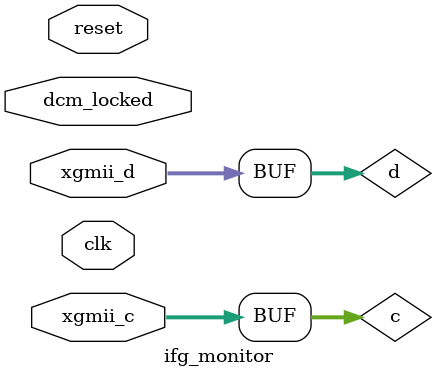
<source format=v>
/*******************************************************************************
*
*  NetFPGA-10G http://www.netfpga.org
*
*  File:
*        ifg_monitor.v
*
*  Project:
*
*
*  Author:
*        Marco Forconesi
*
*  Description:
*        Check the output pkts
*
*
*    This code is initially developed for the Network-as-a-Service (NaaS) project.
*
*  Copyright notice:
*        Copyright (C) 2015 University of Cambridge
*
*  Licence:
*        This file is part of the NetFPGA 10G development base package.
*
*        This file is free code: you can redistribute it and/or modify it under
*        the terms of the GNU Lesser General Public License version 2.1 as
*        published by the Free Software Foundation.
*
*        This package is distributed in the hope that it will be useful, but
*        WITHOUT ANY WARRANTY; without even the implied warranty of
*        MERCHANTABILITY or FITNESS FOR A PARTICULAR PURPOSE.  See the GNU
*        Lesser General Public License for more details.
*
*        You should have received a copy of the GNU Lesser General Public
*        License along with the NetFPGA source package.  If not, see
*        http://www.gnu.org/licenses/.
*
*/

////////////////////////////////////////////////////////////////////////////////
////////////////////////////////////////////////////////////////////////////////
`timescale 1ns / 100ps
//`default_nettype none
`define pr_err(msg) $display("IFG-mon: ERROR %s", msg);
`define pr(cnt) $display("IFG-mon: %d", cnt);

module ifg_monitor # (
    parameter C_RX_LINK = 1
    ) (

    // Clks and resets
    input                    clk,
    input                    reset,
    input                    dcm_locked,

    // XGMII
    input        [63:0]      xgmii_d,
    input        [7:0]       xgmii_c
    );

    // XGMII characters
    localparam S   = 8'hFB;
    localparam T   = 8'hFD;
    localparam E   = 8'hFE;
    localparam I   = 8'h07;

    localparam s0 = 8'b00000001;
    localparam s1 = 8'b00000010;
    localparam s2 = 8'b00000100;
    localparam s3 = 8'b00001000;
    localparam s4 = 8'b00010000;
    localparam s5 = 8'b00100000;
    localparam s6 = 8'b01000000;
    localparam s7 = 8'b10000000;

    //-------------------------------------------------------
    // Local ifg_monitor
    //-------------------------------------------------------
    reg          [63:0]      fsm;
    wire         [63:0]      d;
    wire         [7:0]       c;
    reg          [63:0]      idle_byte_cnt;

    //-------------------------------------------------------
    // assigns
    //-------------------------------------------------------
    assign d = xgmii_d;
    assign c = xgmii_c;

    ////////////////////////////////////////////////
    // ifg_monitor
    ////////////////////////////////////////////////
    always @(posedge clk) begin

        if (reset || !dcm_locked) begin
            fsm <= s0;
        end

        else begin

            case (fsm)

                s0 : begin
                    if (sop(d,c)) begin
                        fsm <= s1;
                    end
                end

                s1 : begin
                    if (eop(d,c)) begin
                        idle_byte_cnt = idle_bytes(d,c);
                        fsm <= s2;
                    end
                end

                s2 : begin
                    idle_byte_cnt = idle_byte_cnt + idle_bytes(d,c);
                    if (sop(d,c)) begin
                        `pr(idle_byte_cnt)
                        if (C_RX_LINK) begin
                            if (idle_byte_cnt < 5) begin
                                `pr_err("IFG is less than 5 in Rx")
                            end
                        end
                        else begin
                            if (idle_byte_cnt < 9) begin
                                `pr_err("IFG is less than 9 in Tx")
                                $finish;
                            end
                        end
                        fsm <= s1;
                    end
                end

            endcase
        end
    end

    ////////////////////////////////////////////////
    // eop
    ////////////////////////////////////////////////
    function eop;
        input        [63:0]      d;
        input        [7:0]       c;
        integer                  i;
        reg                      flag;
        reg          [63:0]      aux_d;
    begin
        flag = 0;
        aux_d = d;
        for (i = 0; i < 8; i = i + 1) begin
            if (c[i] && aux_d[7:0] == T) begin
                flag = 1;
            end
            aux_d = {8'b0, aux_d[63:8]};
        end

        eop = flag;
    end
    endfunction

    ////////////////////////////////////////////////
    // idle_bytes
    ////////////////////////////////////////////////
    function [63:0] idle_bytes;
        input        [63:0]      d;
        input        [7:0]       c;
        integer                  i;
        reg          [7:0]       idl_cnt;
        reg          [63:0]      aux_d;
    begin
        idl_cnt = 0;
        aux_d = d;
        for (i = 0; i < 8; i = i + 1) begin
            if (c[i]) begin
                if (aux_d[7:0] == I || aux_d[7:0] == T) begin
                    idl_cnt = idl_cnt + 1;
                end
            end
            aux_d = {8'b0, aux_d[63:8]};
        end

        idle_bytes = idl_cnt;
    end
    endfunction

    ////////////////////////////////////////////////
    // sop
    ////////////////////////////////////////////////
    function sop;
        input        [63:0]      d;
        input        [7:0]       c;
    begin
        if ((d[7:0] == S && c[0]) || (d[39:32] == S && c[4])) begin
            sop = 1;
        end
        else begin
            sop = 0;
        end
    end
    endfunction

endmodule // ifg_monitor

////////////////////////////////////////////////////////////////////////////////
////////////////////////////////////////////////////////////////////////////////
</source>
